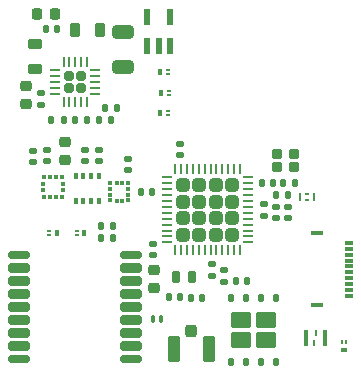
<source format=gbr>
%TF.GenerationSoftware,KiCad,Pcbnew,9.0.5*%
%TF.CreationDate,2025-10-31T14:43:10-07:00*%
%TF.ProjectId,digi_watch,64696769-5f77-4617-9463-682e6b696361,rev?*%
%TF.SameCoordinates,Original*%
%TF.FileFunction,Paste,Top*%
%TF.FilePolarity,Positive*%
%FSLAX46Y46*%
G04 Gerber Fmt 4.6, Leading zero omitted, Abs format (unit mm)*
G04 Created by KiCad (PCBNEW 9.0.5) date 2025-10-31 14:43:10*
%MOMM*%
%LPD*%
G01*
G04 APERTURE LIST*
G04 Aperture macros list*
%AMRoundRect*
0 Rectangle with rounded corners*
0 $1 Rounding radius*
0 $2 $3 $4 $5 $6 $7 $8 $9 X,Y pos of 4 corners*
0 Add a 4 corners polygon primitive as box body*
4,1,4,$2,$3,$4,$5,$6,$7,$8,$9,$2,$3,0*
0 Add four circle primitives for the rounded corners*
1,1,$1+$1,$2,$3*
1,1,$1+$1,$4,$5*
1,1,$1+$1,$6,$7*
1,1,$1+$1,$8,$9*
0 Add four rect primitives between the rounded corners*
20,1,$1+$1,$2,$3,$4,$5,0*
20,1,$1+$1,$4,$5,$6,$7,0*
20,1,$1+$1,$6,$7,$8,$9,0*
20,1,$1+$1,$8,$9,$2,$3,0*%
G04 Aperture macros list end*
%ADD10RoundRect,0.250000X0.650000X-0.325000X0.650000X0.325000X-0.650000X0.325000X-0.650000X-0.325000X0*%
%ADD11R,0.400000X1.400000*%
%ADD12R,0.200000X0.500000*%
%ADD13RoundRect,0.250000X0.615000X-0.435000X0.615000X0.435000X-0.615000X0.435000X-0.615000X-0.435000X0*%
%ADD14RoundRect,0.125000X0.125000X-0.250000X0.125000X0.250000X-0.125000X0.250000X-0.125000X-0.250000X0*%
%ADD15RoundRect,0.150000X0.150000X0.400000X-0.150000X0.400000X-0.150000X-0.400000X0.150000X-0.400000X0*%
%ADD16RoundRect,0.225000X-0.250000X0.225000X-0.250000X-0.225000X0.250000X-0.225000X0.250000X0.225000X0*%
%ADD17RoundRect,0.135000X0.135000X0.185000X-0.135000X0.185000X-0.135000X-0.185000X0.135000X-0.185000X0*%
%ADD18RoundRect,0.225000X0.250000X-0.225000X0.250000X0.225000X-0.250000X0.225000X-0.250000X-0.225000X0*%
%ADD19RoundRect,0.140000X0.170000X-0.140000X0.170000X0.140000X-0.170000X0.140000X-0.170000X-0.140000X0*%
%ADD20RoundRect,0.140000X-0.140000X-0.170000X0.140000X-0.170000X0.140000X0.170000X-0.140000X0.170000X0*%
%ADD21RoundRect,0.175000X-0.725000X-0.175000X0.725000X-0.175000X0.725000X0.175000X-0.725000X0.175000X0*%
%ADD22RoundRect,0.200000X-0.700000X-0.200000X0.700000X-0.200000X0.700000X0.200000X-0.700000X0.200000X0*%
%ADD23RoundRect,0.218750X0.381250X-0.218750X0.381250X0.218750X-0.381250X0.218750X-0.381250X-0.218750X0*%
%ADD24RoundRect,0.202500X-0.202500X-0.202500X0.202500X-0.202500X0.202500X0.202500X-0.202500X0.202500X0*%
%ADD25RoundRect,0.062500X-0.375000X-0.062500X0.375000X-0.062500X0.375000X0.062500X-0.375000X0.062500X0*%
%ADD26RoundRect,0.062500X-0.062500X-0.375000X0.062500X-0.375000X0.062500X0.375000X-0.062500X0.375000X0*%
%ADD27RoundRect,0.250000X0.315000X-0.315000X0.315000X0.315000X-0.315000X0.315000X-0.315000X-0.315000X0*%
%ADD28RoundRect,0.062500X0.062500X-0.375000X0.062500X0.375000X-0.062500X0.375000X-0.062500X-0.375000X0*%
%ADD29RoundRect,0.062500X0.375000X-0.062500X0.375000X0.062500X-0.375000X0.062500X-0.375000X-0.062500X0*%
%ADD30RoundRect,0.140000X-0.170000X0.140000X-0.170000X-0.140000X0.170000X-0.140000X0.170000X0.140000X0*%
%ADD31RoundRect,0.225000X-0.225000X-0.250000X0.225000X-0.250000X0.225000X0.250000X-0.225000X0.250000X0*%
%ADD32RoundRect,0.135000X-0.135000X-0.185000X0.135000X-0.185000X0.135000X0.185000X-0.135000X0.185000X0*%
%ADD33R,0.558800X1.320800*%
%ADD34R,0.354000X0.558000*%
%ADD35R,0.354000X0.202400*%
%ADD36R,0.279400X0.711200*%
%ADD37R,0.457200X0.254000*%
%ADD38RoundRect,0.250000X-0.250000X0.275000X-0.250000X-0.275000X0.250000X-0.275000X0.250000X0.275000X0*%
%ADD39RoundRect,0.250000X-0.275000X0.850000X-0.275000X-0.850000X0.275000X-0.850000X0.275000X0.850000X0*%
%ADD40RoundRect,0.218750X-0.218750X-0.381250X0.218750X-0.381250X0.218750X0.381250X-0.218750X0.381250X0*%
%ADD41RoundRect,0.050000X-0.100000X-0.250000X0.100000X-0.250000X0.100000X0.250000X-0.100000X0.250000X0*%
%ADD42RoundRect,0.200000X-0.250000X-0.200000X0.250000X-0.200000X0.250000X0.200000X-0.250000X0.200000X0*%
%ADD43RoundRect,0.147500X-0.147500X-0.172500X0.147500X-0.172500X0.147500X0.172500X-0.147500X0.172500X0*%
%ADD44R,0.375000X0.350000*%
%ADD45R,0.350000X0.375000*%
%ADD46RoundRect,0.140000X0.140000X0.170000X-0.140000X0.170000X-0.140000X-0.170000X0.140000X-0.170000X0*%
%ADD47R,0.355600X0.381000*%
%ADD48R,0.381000X0.355600*%
%ADD49R,0.558000X0.354000*%
%ADD50R,0.202400X0.354000*%
%ADD51R,0.700000X0.300000*%
%ADD52R,1.000000X0.300000*%
%ADD53R,0.350000X0.500000*%
G04 APERTURE END LIST*
D10*
%TO.C,C7*%
X122500000Y-86162500D03*
X122500000Y-83212500D03*
%TD*%
D11*
%TO.C,Y3*%
X138000000Y-109150000D03*
D12*
X138700000Y-109600000D03*
D11*
X139600000Y-109150000D03*
D12*
X138900000Y-108700000D03*
%TD*%
D13*
%TO.C,U7*%
X132500000Y-109300000D03*
X134650000Y-109300000D03*
X132500000Y-107600000D03*
X134650000Y-107600000D03*
D14*
X131670000Y-111150000D03*
X132940000Y-111150000D03*
X134210000Y-111150000D03*
X135480000Y-111150000D03*
X135480000Y-105750000D03*
X134210000Y-105750000D03*
X132940000Y-105750000D03*
X131670000Y-105750000D03*
%TD*%
D15*
%TO.C,Y1*%
X128400000Y-104000000D03*
X127000000Y-104000000D03*
%TD*%
D16*
%TO.C,C25*%
X125200000Y-103375000D03*
X125200000Y-104925000D03*
%TD*%
D17*
%TO.C,R9*%
X121520000Y-90687500D03*
X120500000Y-90687500D03*
%TD*%
D18*
%TO.C,C19*%
X117600000Y-94075000D03*
X117600000Y-92525000D03*
%TD*%
D19*
%TO.C,C1*%
X125100000Y-102160000D03*
X125100000Y-101200000D03*
%TD*%
D20*
%TO.C,C17*%
X134290000Y-96030000D03*
X135250000Y-96030000D03*
%TD*%
D21*
%TO.C,U2*%
X113750000Y-102100000D03*
D22*
X113750000Y-103200000D03*
X113750000Y-104300000D03*
X113750000Y-105400000D03*
X113750000Y-106500000D03*
X113750000Y-107600000D03*
X113750000Y-108700000D03*
X113750000Y-109800000D03*
D21*
X113750000Y-110900000D03*
X123250000Y-110900000D03*
D22*
X123250000Y-109800000D03*
X123250000Y-108700000D03*
X123250000Y-107600000D03*
X123250000Y-106500000D03*
X123250000Y-105400000D03*
X123250000Y-104300000D03*
X123250000Y-103200000D03*
D21*
X123250000Y-102100000D03*
%TD*%
D19*
%TO.C,C21*%
X114900000Y-94260000D03*
X114900000Y-93300000D03*
%TD*%
%TO.C,C20*%
X116100000Y-94180000D03*
X116100000Y-93220000D03*
%TD*%
D23*
%TO.C,L2*%
X115100000Y-86362500D03*
X115100000Y-84237500D03*
%TD*%
D24*
%TO.C,U1*%
X118000000Y-87000000D03*
X118000000Y-88000000D03*
X119000000Y-87000000D03*
X119000000Y-88000000D03*
D25*
X116812500Y-86500000D03*
X116812500Y-87000000D03*
X116812500Y-87500000D03*
X116812500Y-88000000D03*
X116812500Y-88500000D03*
D26*
X117500000Y-89187500D03*
X118000000Y-89187500D03*
X118500000Y-89187500D03*
X119000000Y-89187500D03*
X119500000Y-89187500D03*
D25*
X120187500Y-88500000D03*
X120187500Y-88000000D03*
X120187500Y-87500000D03*
X120187500Y-87000000D03*
X120187500Y-86500000D03*
D26*
X119500000Y-85812500D03*
X119000000Y-85812500D03*
X118500000Y-85812500D03*
X118000000Y-85812500D03*
X117500000Y-85812500D03*
%TD*%
D27*
%TO.C,U4*%
X127600000Y-100400000D03*
X129000000Y-100400000D03*
X130400000Y-100400000D03*
X131800000Y-100400000D03*
X127600000Y-99000000D03*
X129000000Y-99000000D03*
X130400000Y-99000000D03*
X131800000Y-99000000D03*
X127600000Y-97600000D03*
X129000000Y-97600000D03*
X130400000Y-97600000D03*
X131800000Y-97600000D03*
X127600000Y-96200000D03*
X129000000Y-96200000D03*
X130400000Y-96200000D03*
X131800000Y-96200000D03*
D28*
X126950000Y-101737500D03*
X127450000Y-101737500D03*
X127950000Y-101737500D03*
X128450000Y-101737500D03*
X128950000Y-101737500D03*
X129450000Y-101737500D03*
X129950000Y-101737500D03*
X130450000Y-101737500D03*
X130950000Y-101737500D03*
X131450000Y-101737500D03*
X131950000Y-101737500D03*
X132450000Y-101737500D03*
D29*
X133137500Y-101050000D03*
X133137500Y-100550000D03*
X133137500Y-100050000D03*
X133137500Y-99550000D03*
X133137500Y-99050000D03*
X133137500Y-98550000D03*
X133137500Y-98050000D03*
X133137500Y-97550000D03*
X133137500Y-97050000D03*
X133137500Y-96550000D03*
X133137500Y-96050000D03*
X133137500Y-95550000D03*
D28*
X132450000Y-94862500D03*
X131950000Y-94862500D03*
X131450000Y-94862500D03*
X130950000Y-94862500D03*
X130450000Y-94862500D03*
X129950000Y-94862500D03*
X129450000Y-94862500D03*
X128950000Y-94862500D03*
X128450000Y-94862500D03*
X127950000Y-94862500D03*
X127450000Y-94862500D03*
X126950000Y-94862500D03*
D29*
X126262500Y-95550000D03*
X126262500Y-96050000D03*
X126262500Y-96550000D03*
X126262500Y-97050000D03*
X126262500Y-97550000D03*
X126262500Y-98050000D03*
X126262500Y-98550000D03*
X126262500Y-99050000D03*
X126262500Y-99550000D03*
X126262500Y-100050000D03*
X126262500Y-100550000D03*
X126262500Y-101050000D03*
%TD*%
D30*
%TO.C,C2*%
X134500000Y-97840000D03*
X134500000Y-98800000D03*
%TD*%
D31*
%TO.C,C11*%
X115225000Y-81750000D03*
X116775000Y-81750000D03*
%TD*%
D17*
%TO.C,R8*%
X122010000Y-89687500D03*
X120990000Y-89687500D03*
%TD*%
D32*
%TO.C,R6*%
X118490000Y-90687500D03*
X119510000Y-90687500D03*
%TD*%
D33*
%TO.C,U9*%
X124599998Y-84387600D03*
X125549999Y-84387600D03*
X126500000Y-84387600D03*
X126500000Y-82000000D03*
X124599998Y-82000000D03*
%TD*%
D34*
%TO.C,Q5*%
X125700000Y-86600000D03*
D35*
X126355200Y-86775000D03*
X126355200Y-86425000D03*
%TD*%
D36*
%TO.C,U8*%
X137500000Y-97200000D03*
D37*
X138109600Y-96971400D03*
D36*
X138719200Y-97200000D03*
D37*
X138109600Y-97428600D03*
%TD*%
D19*
%TO.C,C3*%
X127350000Y-93660000D03*
X127350000Y-92700000D03*
%TD*%
%TO.C,C6*%
X123000000Y-94960000D03*
X123000000Y-94000000D03*
%TD*%
D30*
%TO.C,C24*%
X131100000Y-103420000D03*
X131100000Y-104380000D03*
%TD*%
D20*
%TO.C,C18*%
X136120000Y-96000000D03*
X137080000Y-96000000D03*
%TD*%
D38*
%TO.C,J3*%
X128300000Y-108570000D03*
D39*
X129775000Y-110095000D03*
X126825000Y-110095000D03*
%TD*%
D19*
%TO.C,C5*%
X119300000Y-94180000D03*
X119300000Y-93220000D03*
%TD*%
D40*
%TO.C,L1*%
X118437500Y-83100000D03*
X120562500Y-83100000D03*
%TD*%
D41*
%TO.C,D6*%
X125050000Y-107550000D03*
X125750000Y-107550000D03*
%TD*%
D42*
%TO.C,Y2*%
X135600000Y-94650000D03*
X137000000Y-94650000D03*
X137000000Y-93550000D03*
X135600000Y-93550000D03*
%TD*%
D32*
%TO.C,R12*%
X120690000Y-99700000D03*
X121710000Y-99700000D03*
%TD*%
D43*
%TO.C,L4*%
X135515000Y-97000000D03*
X136485000Y-97000000D03*
%TD*%
D44*
%TO.C,U5*%
X123000000Y-97500000D03*
X123000000Y-97000000D03*
X123000000Y-96500000D03*
X123000000Y-96000000D03*
D45*
X122487500Y-95987500D03*
X121987500Y-95987500D03*
D44*
X121475000Y-96000000D03*
X121475000Y-96500000D03*
X121475000Y-97000000D03*
X121475000Y-97500000D03*
D45*
X121987500Y-97512500D03*
X122487500Y-97512500D03*
%TD*%
D16*
%TO.C,C10*%
X114300000Y-87825000D03*
X114300000Y-89375000D03*
%TD*%
D46*
%TO.C,C8*%
X127360000Y-105700000D03*
X126400000Y-105700000D03*
%TD*%
D20*
%TO.C,C22*%
X132070000Y-104300000D03*
X133030000Y-104300000D03*
%TD*%
D47*
%TO.C,U6*%
X115888199Y-97188200D03*
X116388200Y-97188200D03*
X116888200Y-97188200D03*
X117388201Y-97188200D03*
D48*
X117476400Y-96600000D03*
X117476400Y-96100000D03*
D47*
X117388201Y-95511800D03*
X116888200Y-95511800D03*
X116388200Y-95511800D03*
X115888199Y-95511800D03*
D48*
X115800000Y-96100000D03*
X115800000Y-96600000D03*
%TD*%
D20*
%TO.C,C12*%
X116020000Y-83000000D03*
X116980000Y-83000000D03*
%TD*%
D30*
%TO.C,C14*%
X135500000Y-98020000D03*
X135500000Y-98980000D03*
%TD*%
D19*
%TO.C,C4*%
X120500000Y-94180000D03*
X120500000Y-93220000D03*
%TD*%
D49*
%TO.C,Q6*%
X141275000Y-110155200D03*
D50*
X141450000Y-109500000D03*
X141100000Y-109500000D03*
%TD*%
D51*
%TO.C,J1*%
X141650000Y-101090000D03*
X141650000Y-101589999D03*
X141650000Y-102090001D03*
X141650000Y-102590000D03*
X141650000Y-103089999D03*
X141650000Y-103590000D03*
X141650000Y-104089999D03*
X141650000Y-104590001D03*
X141650000Y-105090000D03*
X141650000Y-105589999D03*
D52*
X139000000Y-100300000D03*
X139000000Y-106379987D03*
%TD*%
D34*
%TO.C,Q3*%
X125675000Y-90125000D03*
D35*
X126330200Y-90300000D03*
X126330200Y-89950000D03*
%TD*%
D34*
%TO.C,Q2*%
X116955200Y-100225000D03*
D35*
X116300000Y-100050000D03*
X116300000Y-100400000D03*
%TD*%
D46*
%TO.C,C26*%
X125030000Y-96750000D03*
X124070000Y-96750000D03*
%TD*%
D32*
%TO.C,R7*%
X116480000Y-90687500D03*
X117500000Y-90687500D03*
%TD*%
D34*
%TO.C,Q4*%
X125744800Y-88375000D03*
D35*
X126400000Y-88550000D03*
X126400000Y-88200000D03*
%TD*%
D30*
%TO.C,C23*%
X115600000Y-88420000D03*
X115600000Y-89380000D03*
%TD*%
D53*
%TO.C,U3*%
X120475000Y-97525000D03*
X119825000Y-97525000D03*
X119175000Y-97525000D03*
X118525000Y-97525000D03*
X118525000Y-95475000D03*
X119175000Y-95475000D03*
X119825000Y-95475000D03*
X120475000Y-95475000D03*
%TD*%
D32*
%TO.C,R11*%
X120700000Y-100700000D03*
X121720000Y-100700000D03*
%TD*%
D34*
%TO.C,Q1*%
X119255200Y-100225000D03*
D35*
X118600000Y-100050000D03*
X118600000Y-100400000D03*
%TD*%
D30*
%TO.C,C15*%
X136500000Y-98020000D03*
X136500000Y-98980000D03*
%TD*%
D20*
%TO.C,C9*%
X128300000Y-105750000D03*
X129260000Y-105750000D03*
%TD*%
D19*
%TO.C,C16*%
X130100000Y-103880000D03*
X130100000Y-102920000D03*
%TD*%
M02*

</source>
